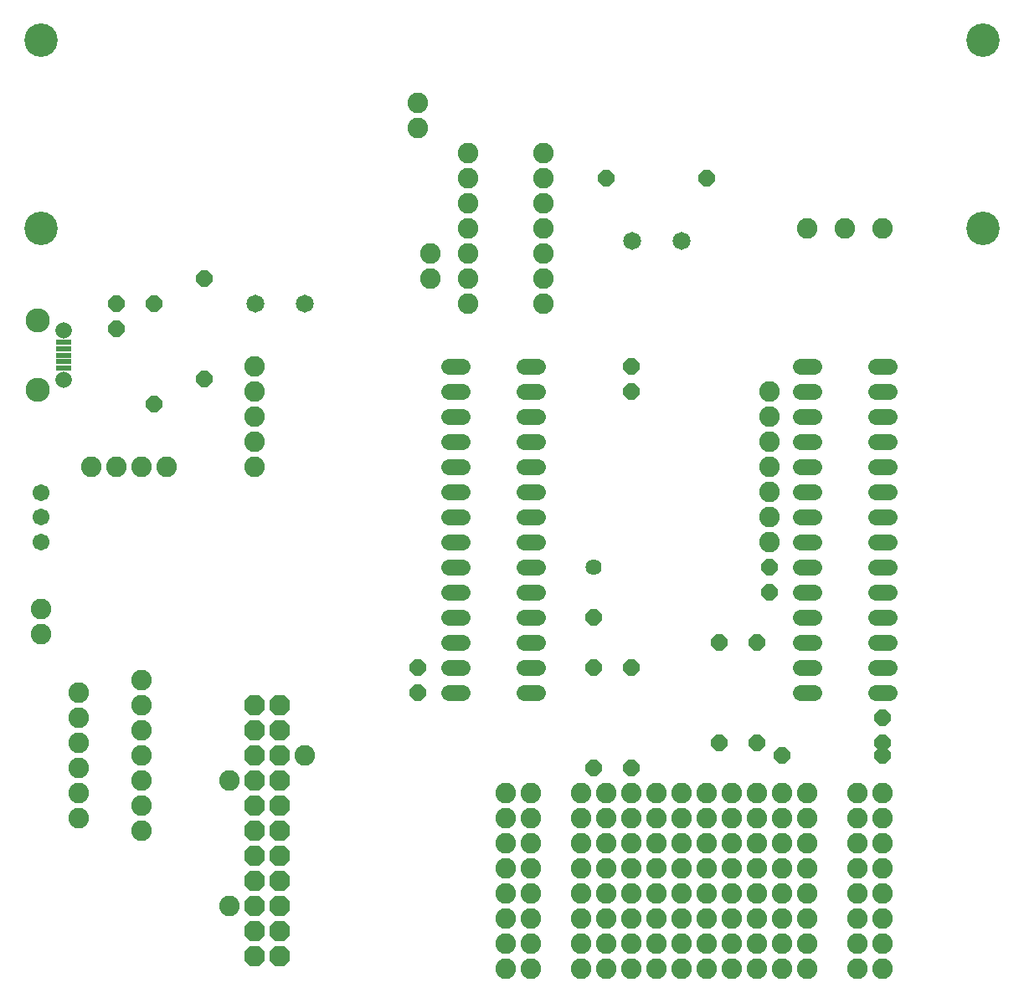
<source format=gts>
G75*
%MOIN*%
%OFA0B0*%
%FSLAX25Y25*%
%IPPOS*%
%LPD*%
%AMOC8*
5,1,8,0,0,1.08239X$1,22.5*
%
%ADD10C,0.13300*%
%ADD11C,0.06400*%
%ADD12R,0.06115X0.02375*%
%ADD13C,0.06546*%
%ADD14C,0.09658*%
%ADD15C,0.08200*%
%ADD16C,0.06743*%
%ADD17OC8,0.06400*%
%ADD18C,0.07137*%
%ADD19C,0.06400*%
%ADD20OC8,0.08200*%
D10*
X0101250Y0306800D03*
X0101250Y0381800D03*
X0476250Y0381800D03*
X0476250Y0306800D03*
D11*
X0439050Y0251800D02*
X0433450Y0251800D01*
X0433450Y0241800D02*
X0439050Y0241800D01*
X0439050Y0231800D02*
X0433450Y0231800D01*
X0433450Y0221800D02*
X0439050Y0221800D01*
X0439050Y0211800D02*
X0433450Y0211800D01*
X0433450Y0201800D02*
X0439050Y0201800D01*
X0439050Y0191800D02*
X0433450Y0191800D01*
X0433450Y0181800D02*
X0439050Y0181800D01*
X0439050Y0171800D02*
X0433450Y0171800D01*
X0433450Y0161800D02*
X0439050Y0161800D01*
X0439050Y0151800D02*
X0433450Y0151800D01*
X0433450Y0141800D02*
X0439050Y0141800D01*
X0439050Y0131800D02*
X0433450Y0131800D01*
X0433450Y0121800D02*
X0439050Y0121800D01*
X0409050Y0121800D02*
X0403450Y0121800D01*
X0403450Y0131800D02*
X0409050Y0131800D01*
X0409050Y0141800D02*
X0403450Y0141800D01*
X0403450Y0151800D02*
X0409050Y0151800D01*
X0409050Y0161800D02*
X0403450Y0161800D01*
X0403450Y0171800D02*
X0409050Y0171800D01*
X0409050Y0181800D02*
X0403450Y0181800D01*
X0403450Y0191800D02*
X0409050Y0191800D01*
X0409050Y0201800D02*
X0403450Y0201800D01*
X0403450Y0211800D02*
X0409050Y0211800D01*
X0409050Y0221800D02*
X0403450Y0221800D01*
X0403450Y0231800D02*
X0409050Y0231800D01*
X0409050Y0241800D02*
X0403450Y0241800D01*
X0403450Y0251800D02*
X0409050Y0251800D01*
X0299050Y0251800D02*
X0293450Y0251800D01*
X0293450Y0241800D02*
X0299050Y0241800D01*
X0299050Y0231800D02*
X0293450Y0231800D01*
X0293450Y0221800D02*
X0299050Y0221800D01*
X0299050Y0211800D02*
X0293450Y0211800D01*
X0293450Y0201800D02*
X0299050Y0201800D01*
X0299050Y0191800D02*
X0293450Y0191800D01*
X0293450Y0181800D02*
X0299050Y0181800D01*
X0299050Y0171800D02*
X0293450Y0171800D01*
X0293450Y0161800D02*
X0299050Y0161800D01*
X0299050Y0151800D02*
X0293450Y0151800D01*
X0293450Y0141800D02*
X0299050Y0141800D01*
X0299050Y0131800D02*
X0293450Y0131800D01*
X0293450Y0121800D02*
X0299050Y0121800D01*
X0269050Y0121800D02*
X0263450Y0121800D01*
X0263450Y0131800D02*
X0269050Y0131800D01*
X0269050Y0141800D02*
X0263450Y0141800D01*
X0263450Y0151800D02*
X0269050Y0151800D01*
X0269050Y0161800D02*
X0263450Y0161800D01*
X0263450Y0171800D02*
X0269050Y0171800D01*
X0269050Y0181800D02*
X0263450Y0181800D01*
X0263450Y0191800D02*
X0269050Y0191800D01*
X0269050Y0201800D02*
X0263450Y0201800D01*
X0263450Y0211800D02*
X0269050Y0211800D01*
X0269050Y0221800D02*
X0263450Y0221800D01*
X0263450Y0231800D02*
X0269050Y0231800D01*
X0269050Y0241800D02*
X0263450Y0241800D01*
X0263450Y0251800D02*
X0269050Y0251800D01*
D12*
X0110380Y0251182D03*
X0110380Y0253741D03*
X0110380Y0256300D03*
X0110380Y0258859D03*
X0110380Y0261418D03*
D13*
X0110380Y0266143D03*
X0110380Y0246457D03*
D14*
X0099750Y0242520D03*
X0099750Y0270080D03*
D15*
X0116250Y0071800D03*
X0116250Y0081800D03*
X0116250Y0091800D03*
X0116250Y0101800D03*
X0116250Y0111800D03*
X0116250Y0121800D03*
X0141250Y0116800D03*
X0141250Y0126800D03*
X0141250Y0106800D03*
X0141250Y0096800D03*
X0141250Y0086800D03*
X0141250Y0076800D03*
X0141250Y0066800D03*
X0176250Y0086800D03*
X0206250Y0096800D03*
X0176250Y0036800D03*
X0286250Y0031800D03*
X0286250Y0021800D03*
X0296250Y0021800D03*
X0296250Y0031800D03*
X0296250Y0041800D03*
X0296250Y0051800D03*
X0286250Y0051800D03*
X0286250Y0041800D03*
X0286250Y0061800D03*
X0296250Y0061800D03*
X0296250Y0071800D03*
X0296250Y0081800D03*
X0286250Y0081800D03*
X0286250Y0071800D03*
X0316250Y0071800D03*
X0316250Y0081800D03*
X0326250Y0081800D03*
X0326250Y0071800D03*
X0336250Y0071800D03*
X0336250Y0081800D03*
X0346250Y0081800D03*
X0346250Y0071800D03*
X0356250Y0071800D03*
X0356250Y0081800D03*
X0366250Y0081800D03*
X0366250Y0071800D03*
X0376250Y0071800D03*
X0376250Y0081800D03*
X0386250Y0081800D03*
X0386250Y0071800D03*
X0396250Y0071800D03*
X0396250Y0081800D03*
X0406250Y0081800D03*
X0406250Y0071800D03*
X0406250Y0061800D03*
X0396250Y0061800D03*
X0386250Y0061800D03*
X0376250Y0061800D03*
X0366250Y0061800D03*
X0366250Y0051800D03*
X0366250Y0041800D03*
X0376250Y0041800D03*
X0376250Y0051800D03*
X0386250Y0051800D03*
X0386250Y0041800D03*
X0396250Y0041800D03*
X0396250Y0051800D03*
X0406250Y0051800D03*
X0406250Y0041800D03*
X0406250Y0031800D03*
X0406250Y0021800D03*
X0396250Y0021800D03*
X0396250Y0031800D03*
X0386250Y0031800D03*
X0386250Y0021800D03*
X0376250Y0021800D03*
X0376250Y0031800D03*
X0366250Y0031800D03*
X0366250Y0021800D03*
X0366250Y0011800D03*
X0376250Y0011800D03*
X0386250Y0011800D03*
X0396250Y0011800D03*
X0406250Y0011800D03*
X0426250Y0011800D03*
X0436250Y0011800D03*
X0436250Y0021800D03*
X0436250Y0031800D03*
X0426250Y0031800D03*
X0426250Y0021800D03*
X0426250Y0041800D03*
X0426250Y0051800D03*
X0436250Y0051800D03*
X0436250Y0041800D03*
X0436250Y0061800D03*
X0426250Y0061800D03*
X0426250Y0071800D03*
X0426250Y0081800D03*
X0436250Y0081800D03*
X0436250Y0071800D03*
X0356250Y0061800D03*
X0346250Y0061800D03*
X0336250Y0061800D03*
X0326250Y0061800D03*
X0316250Y0061800D03*
X0316250Y0051800D03*
X0316250Y0041800D03*
X0326250Y0041800D03*
X0326250Y0051800D03*
X0336250Y0051800D03*
X0336250Y0041800D03*
X0346250Y0041800D03*
X0346250Y0051800D03*
X0356250Y0051800D03*
X0356250Y0041800D03*
X0356250Y0031800D03*
X0356250Y0021800D03*
X0346250Y0021800D03*
X0346250Y0031800D03*
X0336250Y0031800D03*
X0336250Y0021800D03*
X0326250Y0021800D03*
X0326250Y0031800D03*
X0316250Y0031800D03*
X0316250Y0021800D03*
X0316250Y0011800D03*
X0326250Y0011800D03*
X0336250Y0011800D03*
X0346250Y0011800D03*
X0356250Y0011800D03*
X0296250Y0011800D03*
X0286250Y0011800D03*
X0101250Y0145300D03*
X0101250Y0155300D03*
X0121250Y0211800D03*
X0131250Y0211800D03*
X0141250Y0211800D03*
X0151250Y0211800D03*
X0186250Y0211800D03*
X0186250Y0221800D03*
X0186250Y0231800D03*
X0186250Y0241800D03*
X0186250Y0251800D03*
X0256250Y0286800D03*
X0256250Y0296800D03*
X0271250Y0296800D03*
X0271250Y0306800D03*
X0271250Y0316800D03*
X0271250Y0326800D03*
X0271250Y0336800D03*
X0251250Y0346800D03*
X0251250Y0356800D03*
X0301250Y0336800D03*
X0301250Y0326800D03*
X0301250Y0316800D03*
X0301250Y0306800D03*
X0301250Y0296800D03*
X0301250Y0286800D03*
X0301250Y0276800D03*
X0271250Y0276800D03*
X0271250Y0286800D03*
X0391250Y0241800D03*
X0391250Y0231800D03*
X0391250Y0221800D03*
X0391250Y0211800D03*
X0391250Y0201800D03*
X0391250Y0191800D03*
X0391250Y0181800D03*
X0406250Y0306800D03*
X0421250Y0306800D03*
X0436250Y0306800D03*
D16*
X0101250Y0201643D03*
X0101250Y0191800D03*
X0101250Y0181957D03*
D17*
X0146250Y0236800D03*
X0166250Y0246800D03*
X0146250Y0276800D03*
X0131250Y0276800D03*
X0131250Y0266800D03*
X0166250Y0286800D03*
X0326250Y0326800D03*
X0366250Y0326800D03*
X0336250Y0251800D03*
X0336250Y0241800D03*
X0391250Y0171800D03*
X0391250Y0161800D03*
X0386250Y0141800D03*
X0371250Y0141800D03*
X0336250Y0131800D03*
X0321250Y0131800D03*
X0321250Y0151800D03*
X0371250Y0101800D03*
X0386250Y0101800D03*
X0396250Y0096800D03*
X0436250Y0096800D03*
X0436250Y0101800D03*
X0436250Y0111800D03*
X0336250Y0091800D03*
X0321250Y0091800D03*
X0251250Y0121800D03*
X0251250Y0131800D03*
D18*
X0206093Y0276800D03*
X0186407Y0276800D03*
X0336407Y0301800D03*
X0356093Y0301800D03*
D19*
X0321250Y0171800D03*
D20*
X0196250Y0116800D03*
X0186250Y0116800D03*
X0186250Y0106800D03*
X0186250Y0096800D03*
X0196250Y0096800D03*
X0196250Y0106800D03*
X0196250Y0086800D03*
X0196250Y0076800D03*
X0186250Y0076800D03*
X0186250Y0086800D03*
X0186250Y0066800D03*
X0186250Y0056800D03*
X0196250Y0056800D03*
X0196250Y0066800D03*
X0196250Y0046800D03*
X0196250Y0036800D03*
X0186250Y0036800D03*
X0186250Y0046800D03*
X0186250Y0026800D03*
X0186250Y0016800D03*
X0196250Y0016800D03*
X0196250Y0026800D03*
M02*

</source>
